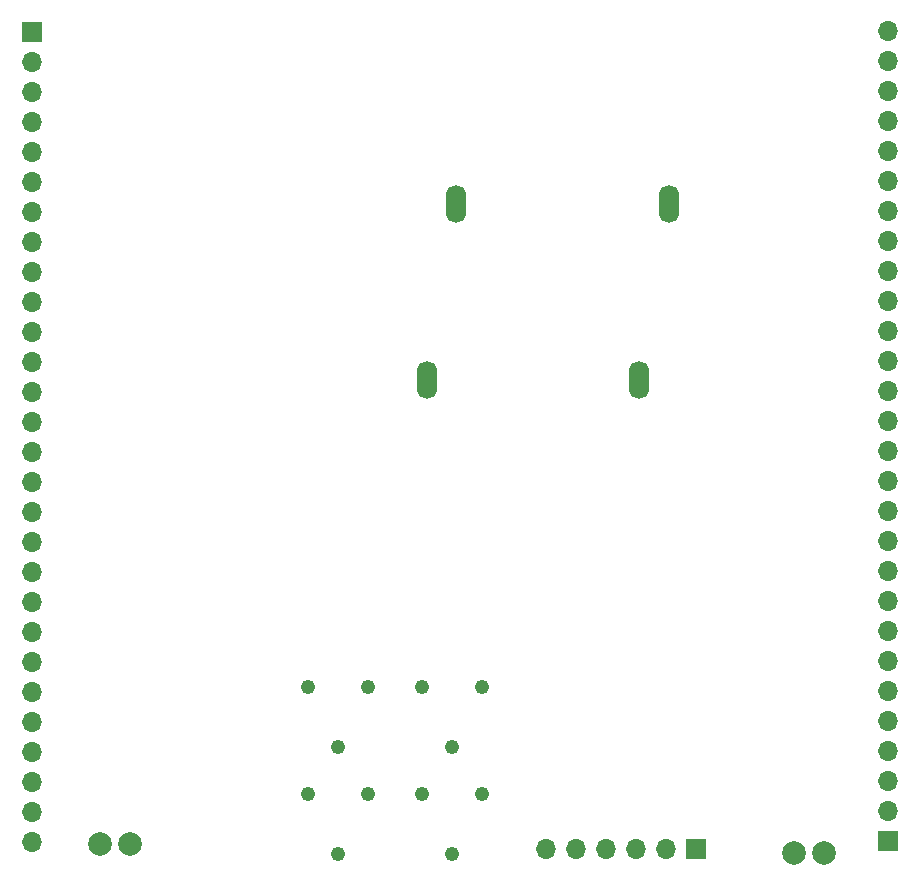
<source format=gbs>
%TF.GenerationSoftware,KiCad,Pcbnew,8.0.0*%
%TF.CreationDate,2024-04-16T18:42:12-05:00*%
%TF.ProjectId,BreakoutBoardPCB,42726561-6b6f-4757-9442-6f6172645043,rev?*%
%TF.SameCoordinates,Original*%
%TF.FileFunction,Soldermask,Bot*%
%TF.FilePolarity,Negative*%
%FSLAX46Y46*%
G04 Gerber Fmt 4.6, Leading zero omitted, Abs format (unit mm)*
G04 Created by KiCad (PCBNEW 8.0.0) date 2024-04-16 18:42:12*
%MOMM*%
%LPD*%
G01*
G04 APERTURE LIST*
%ADD10C,1.217000*%
%ADD11O,1.712000X3.220000*%
%ADD12C,2.000000*%
%ADD13R,1.700000X1.700000*%
%ADD14O,1.700000X1.700000*%
G04 APERTURE END LIST*
D10*
X149197500Y-119000000D03*
X146657500Y-124080000D03*
X144117500Y-119000000D03*
X139500000Y-119000000D03*
X136960000Y-124080000D03*
X134420000Y-119000000D03*
X149197500Y-128000000D03*
X146657500Y-133080000D03*
X144117500Y-128000000D03*
X139500000Y-128000000D03*
X136960000Y-133080000D03*
X134420000Y-128000000D03*
D11*
X165000000Y-78100000D03*
X162500000Y-93000000D03*
X147000000Y-78100000D03*
X144500000Y-93000000D03*
D12*
X178132807Y-133020001D03*
X175592807Y-133020001D03*
D13*
X167287007Y-132689801D03*
D14*
X164747007Y-132689801D03*
X162207007Y-132689801D03*
X159667007Y-132689801D03*
X157127007Y-132689801D03*
X154587007Y-132689801D03*
D12*
X119357207Y-132258001D03*
X116817207Y-132258001D03*
D13*
X111076807Y-63525601D03*
D14*
X111076807Y-66065601D03*
X111076807Y-68605601D03*
X111076807Y-71145601D03*
X111076807Y-73685601D03*
X111076807Y-76225601D03*
X111076807Y-78765601D03*
X111076807Y-81305601D03*
X111076807Y-83845601D03*
X111076807Y-86385601D03*
X111076807Y-88925601D03*
X111076807Y-91465601D03*
X111076807Y-94005601D03*
X111076807Y-96545601D03*
X111076807Y-99085601D03*
X111076807Y-101625601D03*
X111076807Y-104165601D03*
X111076807Y-106705601D03*
X111076807Y-109245601D03*
X111076807Y-111785601D03*
X111076807Y-114325601D03*
X111076807Y-116865601D03*
X111076807Y-119405601D03*
X111076807Y-121945601D03*
X111076807Y-124485601D03*
X111076807Y-127025601D03*
X111076807Y-129565601D03*
X111076807Y-132105601D03*
D13*
X183568407Y-132004001D03*
D14*
X183568407Y-129464001D03*
X183568407Y-126924001D03*
X183568407Y-124384001D03*
X183568407Y-121844001D03*
X183568407Y-119304001D03*
X183568407Y-116764001D03*
X183568407Y-114224001D03*
X183568407Y-111684001D03*
X183568407Y-109144001D03*
X183568407Y-106604001D03*
X183568407Y-104064001D03*
X183568407Y-101524001D03*
X183568407Y-98984001D03*
X183568407Y-96444001D03*
X183568407Y-93904001D03*
X183568407Y-91364001D03*
X183568407Y-88824001D03*
X183568407Y-86284001D03*
X183568407Y-83744001D03*
X183568407Y-81204001D03*
X183568407Y-78664001D03*
X183568407Y-76124001D03*
X183568407Y-73584001D03*
X183568407Y-71044001D03*
X183568407Y-68504001D03*
X183568407Y-65964001D03*
X183568407Y-63424001D03*
M02*

</source>
